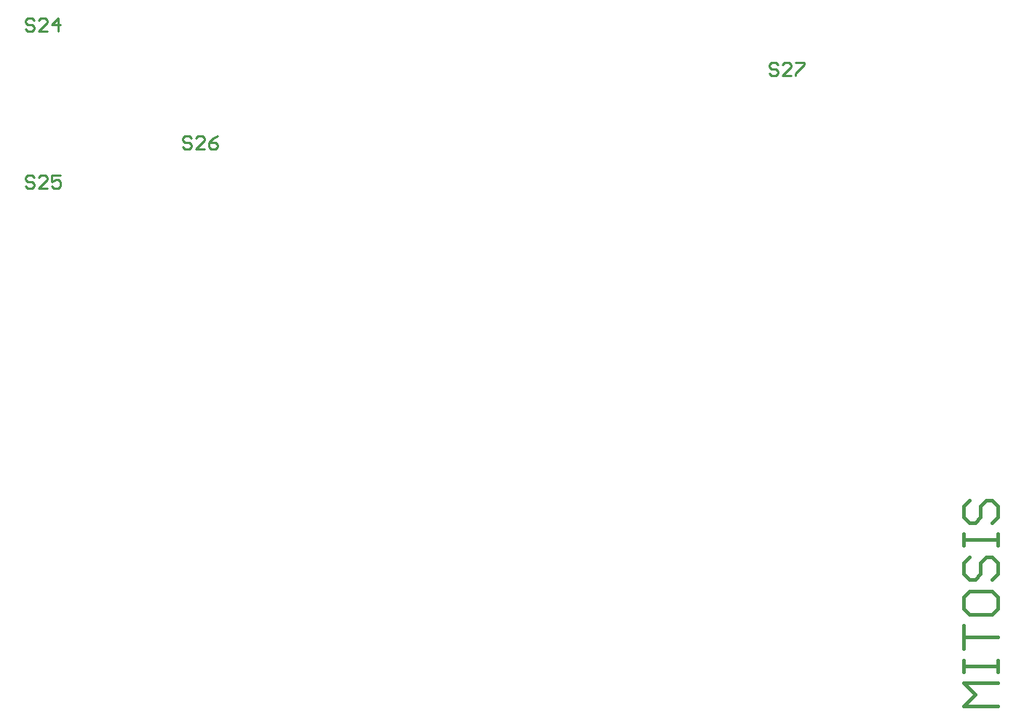
<source format=gto>
G04*
G04 #@! TF.GenerationSoftware,Altium Limited,Altium Designer,23.0.1 (38)*
G04*
G04 Layer_Color=65535*
%FSLAX44Y44*%
%MOMM*%
G71*
G04*
G04 #@! TF.SameCoordinates,731B261B-C9CE-40F0-B7EB-595BBDBE4ECB*
G04*
G04*
G04 #@! TF.FilePolarity,Positive*
G04*
G01*
G75*
%ADD10C,0.2540*%
%ADD11C,0.4000*%
D10*
X1071613Y1035228D02*
X1069073Y1037767D01*
X1063995D01*
X1061456Y1035228D01*
Y1032689D01*
X1063995Y1030150D01*
X1069073D01*
X1071613Y1027610D01*
Y1025071D01*
X1069073Y1022532D01*
X1063995D01*
X1061456Y1025071D01*
X1086848Y1022532D02*
X1076691D01*
X1086848Y1032689D01*
Y1035228D01*
X1084309Y1037767D01*
X1079230D01*
X1076691Y1035228D01*
X1091926Y1037767D02*
X1102083D01*
Y1035228D01*
X1091926Y1025071D01*
Y1022532D01*
X389115Y949884D02*
X386576Y952423D01*
X381497D01*
X378958Y949884D01*
Y947345D01*
X381497Y944806D01*
X386576D01*
X389115Y942266D01*
Y939727D01*
X386576Y937188D01*
X381497D01*
X378958Y939727D01*
X404350Y937188D02*
X394193D01*
X404350Y947345D01*
Y949884D01*
X401811Y952423D01*
X396732D01*
X394193Y949884D01*
X419585Y952423D02*
X414506Y949884D01*
X409428Y944806D01*
Y939727D01*
X411967Y937188D01*
X417046D01*
X419585Y939727D01*
Y942266D01*
X417046Y944806D01*
X409428D01*
X206489Y903910D02*
X203950Y906449D01*
X198871D01*
X196332Y903910D01*
Y901371D01*
X198871Y898831D01*
X203950D01*
X206489Y896292D01*
Y893753D01*
X203950Y891214D01*
X198871D01*
X196332Y893753D01*
X221724Y891214D02*
X211567D01*
X221724Y901371D01*
Y903910D01*
X219185Y906449D01*
X214106D01*
X211567Y903910D01*
X236959Y906449D02*
X226802D01*
Y898831D01*
X231880Y901371D01*
X234420D01*
X236959Y898831D01*
Y893753D01*
X234420Y891214D01*
X229341D01*
X226802Y893753D01*
X206489Y1086536D02*
X203950Y1089075D01*
X198871D01*
X196332Y1086536D01*
Y1083997D01*
X198871Y1081458D01*
X203950D01*
X206489Y1078918D01*
Y1076379D01*
X203950Y1073840D01*
X198871D01*
X196332Y1076379D01*
X221724Y1073840D02*
X211567D01*
X221724Y1083997D01*
Y1086536D01*
X219185Y1089075D01*
X214106D01*
X211567Y1086536D01*
X234420Y1073840D02*
Y1089075D01*
X226802Y1081458D01*
X236959D01*
D11*
X1287513Y355342D02*
Y382000D01*
Y368671D01*
X1327500D01*
X1287513Y415322D02*
Y401993D01*
X1294177Y395329D01*
X1320836D01*
X1327500Y401993D01*
Y415322D01*
X1320836Y421987D01*
X1294177D01*
X1287513Y415322D01*
X1294177Y461974D02*
X1287513Y455309D01*
Y441980D01*
X1294177Y435316D01*
X1300842D01*
X1307507Y441980D01*
Y455309D01*
X1314171Y461974D01*
X1320836D01*
X1327500Y455309D01*
Y441980D01*
X1320836Y435316D01*
X1287513Y475303D02*
Y488632D01*
Y481967D01*
X1327500D01*
Y475303D01*
Y488632D01*
Y288342D02*
X1287513D01*
X1300842Y301671D01*
X1287513Y315000D01*
X1327500D01*
X1287513Y328329D02*
Y341658D01*
Y334993D01*
X1327500D01*
Y328329D01*
Y341658D01*
X1294177Y528000D02*
X1287513Y521335D01*
Y508006D01*
X1294177Y501342D01*
X1300842D01*
X1307507Y508006D01*
Y521335D01*
X1314171Y528000D01*
X1320836D01*
X1327500Y521335D01*
Y508006D01*
X1320836Y501342D01*
M02*

</source>
